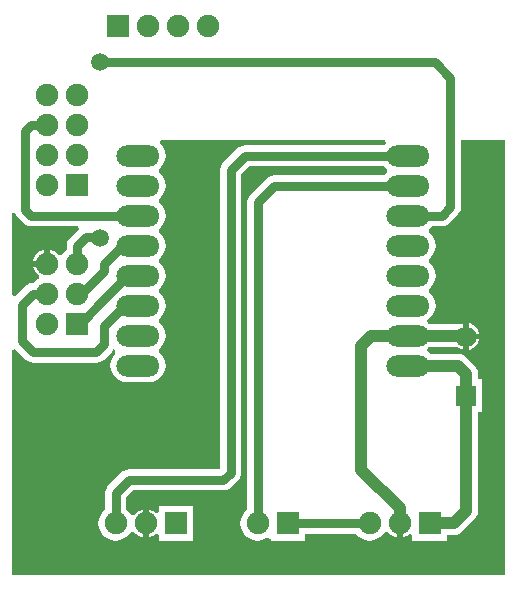
<source format=gbr>
%FSTAX42Y42*%
%MOMM*%
%SFA1B1*%

%IPPOS*%
%ADD10C,0.759998*%
%ADD11C,0.999998*%
%ADD12C,1.519997*%
%ADD13R,1.909996X1.909996*%
%ADD14C,1.909996*%
%ADD15O,3.659993X1.829996*%
%ADD16R,1.909996X1.909996*%
%ADD17C,1.779996*%
%ADD18R,1.779996X1.779996*%
%LNpcb1_copper_signal_bot-1*%
%LPD*%
G36*
X004168Y0D02*
X0D01*
Y001906*
X000024Y001915*
X000116Y001824*
X000134Y00181*
X000156Y001801*
X000167Y0018*
X000178Y001798*
X000711*
X000734Y001801*
X000756Y00181*
X000774Y001824*
X000841Y001891*
X000855Y001909*
X000856Y00191*
X00086Y001911*
X00087Y001905*
X000873Y001875*
X000871Y001871*
X00085Y001844*
X000836Y001809*
X000831Y001773*
X000836Y001736*
X00085Y001701*
X000873Y001672*
X000902Y001649*
X000937Y001635*
X000974Y00163*
X001156*
X001193Y001635*
X001228Y001649*
X001257Y001672*
X00128Y001701*
X001294Y001736*
X001299Y001773*
X001294Y001809*
X00128Y001844*
X001257Y001873*
X001244Y001883*
Y001916*
X001257Y001926*
X00128Y001955*
X001294Y00199*
X001299Y002026*
X001294Y002063*
X00128Y002098*
X001257Y002127*
X001244Y002137*
Y00217*
X001257Y00218*
X00128Y002209*
X001294Y002244*
X001299Y002281*
X001294Y002317*
X00128Y002352*
X001257Y002381*
X001244Y002391*
Y002424*
X001257Y002434*
X00128Y002463*
X001294Y002498*
X001299Y002534*
X001294Y002571*
X00128Y002606*
X001257Y002635*
X001244Y002645*
Y002678*
X001257Y002688*
X00128Y002717*
X001294Y002752*
X001299Y002789*
X001294Y002825*
X00128Y00286*
X001257Y002889*
X001244Y002899*
Y002932*
X001257Y002942*
X00128Y002971*
X001294Y003006*
X001299Y003042*
X001294Y003079*
X00128Y003114*
X001257Y003143*
X001244Y003153*
Y003186*
X001257Y003196*
X00128Y003225*
X001294Y00326*
X001299Y003296*
X001294Y003333*
X00128Y003368*
X001257Y003397*
X001244Y003407*
Y00344*
X001257Y00345*
X00128Y003479*
X001294Y003514*
X001299Y00355*
X001294Y003587*
X00128Y003622*
X001257Y003651*
X001249Y003658*
X001258Y003683*
X003158*
X003167Y003658*
X003159Y003651*
X003149Y003639*
X001967*
X001944Y003636*
X001923Y003627*
X001905Y003613*
X001786Y003495*
X001772Y003476*
X001763Y003455*
X00176Y003432*
Y000904*
X00175Y000894*
X000984*
X000973Y000892*
X000962Y000891*
X00094Y000882*
X000922Y000868*
X000813Y000759*
X000799Y00074*
X00079Y000719*
X000787Y000696*
Y000551*
X000772Y00054*
X000749Y000509*
X000734Y000474*
X000729Y000436*
X000734Y000398*
X000749Y000363*
X000772Y000332*
X000802Y000309*
X000838Y000294*
X000876Y000289*
X000913Y000294*
X000949Y000309*
X000979Y000332*
X001002Y000363*
X001003Y000364*
X001031Y000366*
X001043Y00035*
X001069Y000331*
X001098Y000318*
X001105*
Y000436*
Y000554*
X001098*
X001069Y000541*
X001043Y000522*
X001031Y000506*
X001003Y000508*
X001002Y000509*
X000979Y00054*
X000964Y000551*
Y000659*
X001021Y000716*
X001787*
X001809Y000719*
X001831Y000728*
X001849Y000742*
X001911Y000804*
X001925Y000823*
X001934Y000844*
X001936Y000856*
X001937Y000867*
Y003395*
X002004Y003462*
X003149*
X003159Y00345*
X003172Y00344*
Y003407*
X003159Y003397*
X003149Y003385*
X002217*
X002194Y003382*
X002173Y003373*
X002154Y003359*
X002015Y00322*
X002001Y003201*
X001992Y00318*
X00199Y003168*
X001989Y003157*
Y000551*
X001974Y00054*
X001951Y000509*
X001936Y000474*
X001931Y000436*
X001936Y000398*
X001951Y000363*
X001974Y000332*
X002004Y000309*
X00204Y000294*
X002077Y000289*
X002115Y000294*
X002151Y000309*
X002161Y000317*
X002186Y000304*
Y000291*
X002477*
Y000347*
X002911*
X002922Y000332*
X002952Y000309*
X002988Y000294*
X003025Y000289*
X003063Y000294*
X003099Y000309*
X003129Y000332*
X003152Y000363*
X003153Y000364*
X003181Y000366*
X003193Y00035*
X003219Y000331*
X003248Y000318*
X003255*
Y000436*
X003305*
Y000318*
X003311*
X00334Y000331*
X003363Y000348*
X003374Y000345*
X003388Y000338*
Y000291*
X003679*
Y000335*
X003736*
X003762Y000339*
X003786Y000349*
X003807Y000365*
X003913Y000471*
X003929Y000492*
X003939Y000516*
X003942Y000542*
Y00138*
X00398*
Y001658*
X003942*
Y001705*
X003939Y001731*
X003929Y001755*
X003913Y001776*
X003845Y001844*
X003824Y00186*
X0038Y00187*
X003774Y001873*
X003543*
X003514Y001896*
X003518Y001922*
X00352Y001926*
X003775*
X003784Y001919*
X003812Y001908*
X003817Y001907*
Y002019*
Y002131*
X003812Y00213*
X003804Y002127*
X00352*
X003518Y002131*
X003514Y002157*
X003543Y00218*
X003566Y002209*
X00358Y002244*
X003585Y002281*
X00358Y002317*
X003566Y002352*
X003543Y002381*
X00353Y002391*
Y002424*
X003543Y002434*
X003566Y002463*
X00358Y002498*
X003585Y002534*
X00358Y002571*
X003566Y002606*
X003543Y002635*
X00353Y002645*
Y002678*
X003543Y002688*
X003566Y002717*
X00358Y002752*
X003585Y002789*
X00358Y002825*
X003566Y00286*
X003543Y002889*
X00353Y002899*
Y002932*
X003543Y002942*
X003553Y002954*
X003638*
X003661Y002957*
X003683Y002966*
X003701Y00298*
X003772Y003051*
X003786Y00307*
X003795Y003091*
X003798Y003114*
Y003683*
X004168*
Y0*
G37*
G36*
X000032Y003046D02*
X000046Y003027D01*
X000093Y00298*
X000112Y002966*
X000133Y002957*
X000156Y002954*
X000555*
X000563Y002931*
Y002928*
X000562Y002927*
X000561Y002926*
X000486Y002851*
X000472Y002832*
X000463Y002811*
X00046Y002788*
Y002751*
X000445Y00274*
X000422Y002709*
X000421Y002708*
X000393Y002706*
X000381Y002722*
X000355Y002741*
X000326Y002754*
X000319*
Y002636*
X000294*
Y002611*
X000176*
X000177Y002605*
X000189Y002575*
X000208Y00255*
X000224Y002538*
X000222Y002509*
X000221*
X000191Y002486*
X00018Y002471*
X000173*
X00015Y002468*
X000128Y002459*
X00011Y002445*
X000024Y00236*
X0Y002369*
Y003061*
X000023Y003067*
X000032Y003046*
G37*
%LNpcb1_copper_signal_bot-2*%
%LPC*%
G36*
X001529Y000581D02*
X001238D01*
Y000534*
X001224Y000527*
X001213Y000524*
X00119Y000541*
X001161Y000554*
X001155*
Y000436*
Y000318*
X001161*
X00119Y000331*
X001213Y000348*
X001224Y000345*
X001238Y000338*
Y000291*
X001529*
Y000581*
G37*
G36*
X003953Y001994D02*
X003867D01*
Y001907*
X003871Y001908*
X003899Y001919*
X003923Y001937*
X003941Y001961*
X003953Y001989*
Y001994*
G37*
G36*
X003867Y002131D02*
Y002044D01*
X003953*
Y002049*
X003941Y002077*
X003923Y002101*
X003899Y002119*
X003871Y00213*
X003867Y002131*
G37*
G36*
X000269Y002754D02*
X000263D01*
X000234Y002741*
X000208Y002722*
X000189Y002697*
X000177Y002667*
X000176Y002661*
X000269*
Y002754*
G37*
%LNpcb1_copper_signal_bot-3*%
%LPD*%
G54D10*
X000974Y002534D02*
X001065D01*
X000794Y002355D02*
X000974Y002534D01*
X000794Y002351D02*
Y002355D01*
X000571Y002128D02*
X000794Y002351D01*
X000548Y002128D02*
X000571D01*
X000156Y003042D02*
X001065D01*
X000109Y00309D02*
X000156Y003042D01*
X000109Y00309D02*
Y003758D01*
X000158Y003807D02*
X000294D01*
X000109Y003758D02*
X000158Y003807D01*
X00008Y00229D02*
X000173Y002382D01*
X00008Y001985D02*
Y00229D01*
Y001985D02*
X000178Y001887D01*
X000173Y002382D02*
X000294D01*
X003709Y003114D02*
Y004211D01*
X003575Y004346D02*
X003709Y004211D01*
X000742Y004346D02*
X003575D01*
X003351Y003042D02*
X003638D01*
X003709Y003114*
X000623Y002863D02*
X000742Y002857D01*
X000548Y002788D02*
X000623Y002863D01*
X000548Y002636D02*
Y002788D01*
X000178Y001887D02*
X000711D01*
X000779Y001954*
Y00211*
X000949Y002281*
X001065*
X00093Y002789D02*
X001065D01*
X000775Y002634D02*
X00093Y002789D01*
X000775Y002576D02*
Y002634D01*
X000581Y002382D02*
X000775Y002576D01*
X000548Y002382D02*
X000581D01*
X001967Y00355D02*
X003351D01*
X001849Y003432D02*
X001967Y00355D01*
X001849Y000867D02*
Y003432D01*
X001787Y000805D02*
X001849Y000867D01*
X000984Y000805D02*
X001787D01*
X000876Y000696D02*
X000984Y000805D01*
X000876Y000436D02*
Y000696D01*
X002217Y003296D02*
X003351D01*
X002077Y003157D02*
X002217Y003296D01*
X002077Y000436D02*
Y003157D01*
X002332Y000436D02*
X003025D01*
G54D11*
X00328Y000436D02*
Y000565D01*
X002951Y000893D02*
X00328Y000565D01*
X002951Y000893D02*
Y00194D01*
X003038Y002026D02*
X003351D01*
X002951Y00194D02*
X003038Y002026D01*
X003841Y000542D02*
Y001519D01*
X003736Y000436D02*
X003841Y000542D01*
X003534Y000436D02*
X003736D01*
X003841Y001519D02*
Y001705D01*
X003774Y001773D02*
X003841Y001705D01*
X003351Y001773D02*
X003774D01*
X003351Y002026D02*
X003834D01*
G54D12*
X000742Y004346D03*
Y002857D03*
G54D13*
X002332Y000436D03*
X003534D03*
X001384D03*
X000897Y004652D03*
G54D14*
X002077Y000436D03*
X00328D03*
X003025D03*
X000294Y002128D03*
X000548Y002382D03*
X000294D03*
X000548Y002636D03*
X000294D03*
X00113Y000436D03*
X000876D03*
X000294Y004061D03*
X000548D03*
X000294Y003807D03*
X000548D03*
X000294Y003553D03*
X000548D03*
X000294Y003299D03*
X001658Y004652D03*
X001405D03*
X001151D03*
G54D15*
X001065Y00355D03*
Y003296D03*
Y003042D03*
Y002789D03*
Y002534D03*
Y002281D03*
Y002026D03*
Y001773D03*
X003351Y00355D03*
Y003296D03*
Y003042D03*
Y002789D03*
Y002534D03*
Y002281D03*
Y002026D03*
Y001773D03*
G54D16*
X000548Y002128D03*
Y003299D03*
G54D17*
X003842Y002019D03*
G54D18*
X003841Y001519D03*
M02*
</source>
